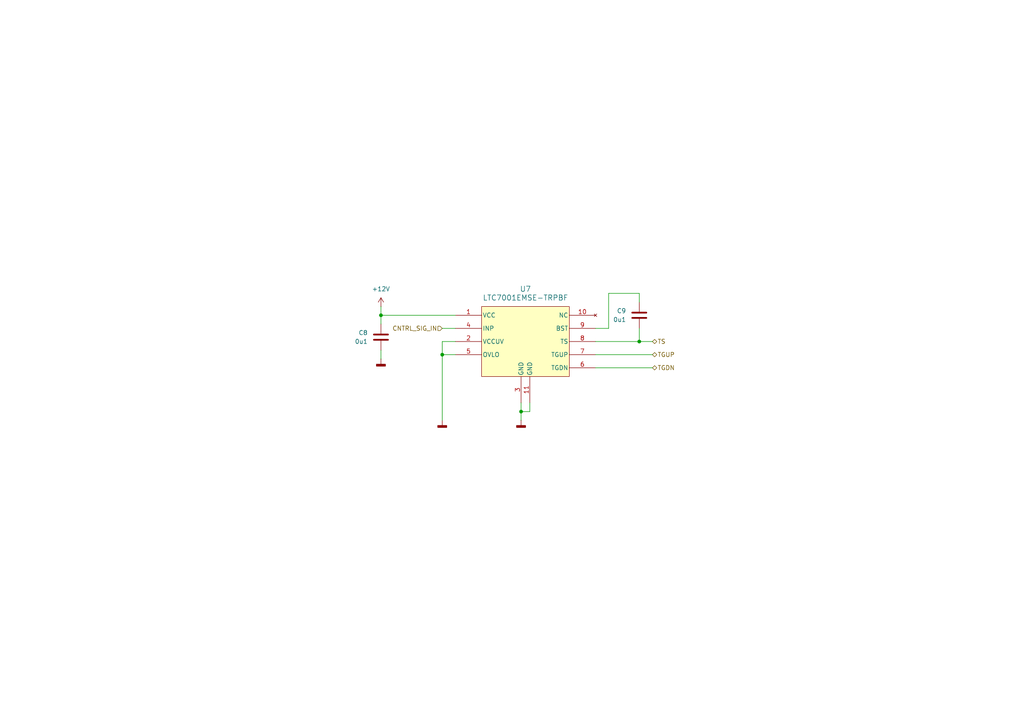
<source format=kicad_sch>
(kicad_sch
	(version 20231120)
	(generator "eeschema")
	(generator_version "8.0")
	(uuid "6753b26a-09e4-4c64-b8e9-b5fb0787582c")
	(paper "A4")
	(lib_symbols
		(symbol "Device:C"
			(pin_numbers hide)
			(pin_names
				(offset 0.254)
			)
			(exclude_from_sim no)
			(in_bom yes)
			(on_board yes)
			(property "Reference" "C"
				(at 0.635 2.54 0)
				(effects
					(font
						(size 1.27 1.27)
					)
					(justify left)
				)
			)
			(property "Value" "C"
				(at 0.635 -2.54 0)
				(effects
					(font
						(size 1.27 1.27)
					)
					(justify left)
				)
			)
			(property "Footprint" ""
				(at 0.9652 -3.81 0)
				(effects
					(font
						(size 1.27 1.27)
					)
					(hide yes)
				)
			)
			(property "Datasheet" "~"
				(at 0 0 0)
				(effects
					(font
						(size 1.27 1.27)
					)
					(hide yes)
				)
			)
			(property "Description" "Unpolarized capacitor"
				(at 0 0 0)
				(effects
					(font
						(size 1.27 1.27)
					)
					(hide yes)
				)
			)
			(property "ki_keywords" "cap capacitor"
				(at 0 0 0)
				(effects
					(font
						(size 1.27 1.27)
					)
					(hide yes)
				)
			)
			(property "ki_fp_filters" "C_*"
				(at 0 0 0)
				(effects
					(font
						(size 1.27 1.27)
					)
					(hide yes)
				)
			)
			(symbol "C_0_1"
				(polyline
					(pts
						(xy -2.032 -0.762) (xy 2.032 -0.762)
					)
					(stroke
						(width 0.508)
						(type default)
					)
					(fill
						(type none)
					)
				)
				(polyline
					(pts
						(xy -2.032 0.762) (xy 2.032 0.762)
					)
					(stroke
						(width 0.508)
						(type default)
					)
					(fill
						(type none)
					)
				)
			)
			(symbol "C_1_1"
				(pin passive line
					(at 0 3.81 270)
					(length 2.794)
					(name "~"
						(effects
							(font
								(size 1.27 1.27)
							)
						)
					)
					(number "1"
						(effects
							(font
								(size 1.27 1.27)
							)
						)
					)
				)
				(pin passive line
					(at 0 -3.81 90)
					(length 2.794)
					(name "~"
						(effects
							(font
								(size 1.27 1.27)
							)
						)
					)
					(number "2"
						(effects
							(font
								(size 1.27 1.27)
							)
						)
					)
				)
			)
		)
		(symbol "ecocad_lib_symbols:LTC7001EMSE-TRPBF"
			(pin_names
				(offset 0.254)
			)
			(exclude_from_sim no)
			(in_bom yes)
			(on_board yes)
			(property "Reference" "U"
				(at 20.32 10.16 0)
				(effects
					(font
						(size 1.524 1.524)
					)
				)
			)
			(property "Value" "LTC7001EMSE-TRPBF"
				(at 20.32 7.62 0)
				(effects
					(font
						(size 1.524 1.524)
					)
				)
			)
			(property "Footprint" "ecocad_lib_footprints:05-08-1664_ADI"
				(at -1.27 14.986 0)
				(effects
					(font
						(size 1.27 1.27)
						(italic yes)
					)
					(hide yes)
				)
			)
			(property "Datasheet" "LTC7001EMSE-TRPBF"
				(at -4.572 14.732 0)
				(effects
					(font
						(size 1.27 1.27)
						(italic yes)
					)
					(hide yes)
				)
			)
			(property "Description" ""
				(at 0 0 0)
				(effects
					(font
						(size 1.27 1.27)
					)
					(hide yes)
				)
			)
			(property "ki_keywords" "LTC7001EMSE#TRPBF"
				(at 0 0 0)
				(effects
					(font
						(size 1.27 1.27)
					)
					(hide yes)
				)
			)
			(property "ki_fp_filters" "05-08-1664_ADI 05-08-1664_ADI-M 05-08-1664_ADI-L"
				(at 0 0 0)
				(effects
					(font
						(size 1.27 1.27)
					)
					(hide yes)
				)
			)
			(symbol "LTC7001EMSE-TRPBF_0_1"
				(pin power_in line
					(at 0 1.27 0)
					(length 7.62)
					(name "VCC"
						(effects
							(font
								(size 1.27 1.27)
							)
						)
					)
					(number "1"
						(effects
							(font
								(size 1.27 1.27)
							)
						)
					)
				)
				(pin no_connect line
					(at 40.64 1.27 180)
					(length 7.62)
					(name "NC"
						(effects
							(font
								(size 1.27 1.27)
							)
						)
					)
					(number "10"
						(effects
							(font
								(size 1.27 1.27)
							)
						)
					)
				)
				(pin power_out line
					(at 21.59 -24.13 90)
					(length 7.62)
					(name "GND"
						(effects
							(font
								(size 1.27 1.27)
							)
						)
					)
					(number "11"
						(effects
							(font
								(size 1.27 1.27)
							)
						)
					)
				)
				(pin power_in line
					(at 0 -6.35 0)
					(length 7.62)
					(name "VCCUV"
						(effects
							(font
								(size 1.27 1.27)
							)
						)
					)
					(number "2"
						(effects
							(font
								(size 1.27 1.27)
							)
						)
					)
				)
				(pin input line
					(at 0 -2.54 0)
					(length 7.62)
					(name "INP"
						(effects
							(font
								(size 1.27 1.27)
							)
						)
					)
					(number "4"
						(effects
							(font
								(size 1.27 1.27)
							)
						)
					)
				)
				(pin input line
					(at 0 -10.16 0)
					(length 7.62)
					(name "OVLO"
						(effects
							(font
								(size 1.27 1.27)
							)
						)
					)
					(number "5"
						(effects
							(font
								(size 1.27 1.27)
							)
						)
					)
				)
				(pin power_in line
					(at 40.64 -13.97 180)
					(length 7.62)
					(name "TGDN"
						(effects
							(font
								(size 1.27 1.27)
							)
						)
					)
					(number "6"
						(effects
							(font
								(size 1.27 1.27)
							)
						)
					)
				)
				(pin power_in line
					(at 40.64 -10.16 180)
					(length 7.62)
					(name "TGUP"
						(effects
							(font
								(size 1.27 1.27)
							)
						)
					)
					(number "7"
						(effects
							(font
								(size 1.27 1.27)
							)
						)
					)
				)
				(pin power_in line
					(at 40.64 -6.35 180)
					(length 7.62)
					(name "TS"
						(effects
							(font
								(size 1.27 1.27)
							)
						)
					)
					(number "8"
						(effects
							(font
								(size 1.27 1.27)
							)
						)
					)
				)
				(pin power_in line
					(at 40.64 -2.54 180)
					(length 7.62)
					(name "BST"
						(effects
							(font
								(size 1.27 1.27)
							)
						)
					)
					(number "9"
						(effects
							(font
								(size 1.27 1.27)
							)
						)
					)
				)
			)
			(symbol "LTC7001EMSE-TRPBF_1_1"
				(rectangle
					(start 7.62 3.81)
					(end 33.02 -16.51)
					(stroke
						(width 0)
						(type default)
					)
					(fill
						(type background)
					)
				)
				(pin power_out line
					(at 19.05 -24.13 90)
					(length 7.62)
					(name "GND"
						(effects
							(font
								(size 1.27 1.27)
							)
						)
					)
					(number "3"
						(effects
							(font
								(size 1.27 1.27)
							)
						)
					)
				)
			)
		)
		(symbol "power:+12V"
			(power)
			(pin_numbers hide)
			(pin_names
				(offset 0) hide)
			(exclude_from_sim no)
			(in_bom yes)
			(on_board yes)
			(property "Reference" "#PWR"
				(at 0 -3.81 0)
				(effects
					(font
						(size 1.27 1.27)
					)
					(hide yes)
				)
			)
			(property "Value" "+12V"
				(at 0 3.556 0)
				(effects
					(font
						(size 1.27 1.27)
					)
				)
			)
			(property "Footprint" ""
				(at 0 0 0)
				(effects
					(font
						(size 1.27 1.27)
					)
					(hide yes)
				)
			)
			(property "Datasheet" ""
				(at 0 0 0)
				(effects
					(font
						(size 1.27 1.27)
					)
					(hide yes)
				)
			)
			(property "Description" "Power symbol creates a global label with name \"+12V\""
				(at 0 0 0)
				(effects
					(font
						(size 1.27 1.27)
					)
					(hide yes)
				)
			)
			(property "ki_keywords" "global power"
				(at 0 0 0)
				(effects
					(font
						(size 1.27 1.27)
					)
					(hide yes)
				)
			)
			(symbol "+12V_0_1"
				(polyline
					(pts
						(xy -0.762 1.27) (xy 0 2.54)
					)
					(stroke
						(width 0)
						(type default)
					)
					(fill
						(type none)
					)
				)
				(polyline
					(pts
						(xy 0 0) (xy 0 2.54)
					)
					(stroke
						(width 0)
						(type default)
					)
					(fill
						(type none)
					)
				)
				(polyline
					(pts
						(xy 0 2.54) (xy 0.762 1.27)
					)
					(stroke
						(width 0)
						(type default)
					)
					(fill
						(type none)
					)
				)
			)
			(symbol "+12V_1_1"
				(pin power_in line
					(at 0 0 90)
					(length 0)
					(name "~"
						(effects
							(font
								(size 1.27 1.27)
							)
						)
					)
					(number "1"
						(effects
							(font
								(size 1.27 1.27)
							)
						)
					)
				)
			)
		)
		(symbol "power:GNDD"
			(power)
			(pin_numbers hide)
			(pin_names
				(offset 0) hide)
			(exclude_from_sim no)
			(in_bom yes)
			(on_board yes)
			(property "Reference" "#PWR"
				(at 0 -6.35 0)
				(effects
					(font
						(size 1.27 1.27)
					)
					(hide yes)
				)
			)
			(property "Value" "GNDD"
				(at 0 -3.175 0)
				(effects
					(font
						(size 1.27 1.27)
					)
				)
			)
			(property "Footprint" ""
				(at 0 0 0)
				(effects
					(font
						(size 1.27 1.27)
					)
					(hide yes)
				)
			)
			(property "Datasheet" ""
				(at 0 0 0)
				(effects
					(font
						(size 1.27 1.27)
					)
					(hide yes)
				)
			)
			(property "Description" "Power symbol creates a global label with name \"GNDD\" , digital ground"
				(at 0 0 0)
				(effects
					(font
						(size 1.27 1.27)
					)
					(hide yes)
				)
			)
			(property "ki_keywords" "global power"
				(at 0 0 0)
				(effects
					(font
						(size 1.27 1.27)
					)
					(hide yes)
				)
			)
			(symbol "GNDD_0_1"
				(rectangle
					(start -1.27 -1.524)
					(end 1.27 -2.032)
					(stroke
						(width 0.254)
						(type default)
					)
					(fill
						(type outline)
					)
				)
				(polyline
					(pts
						(xy 0 0) (xy 0 -1.524)
					)
					(stroke
						(width 0)
						(type default)
					)
					(fill
						(type none)
					)
				)
			)
			(symbol "GNDD_1_1"
				(pin power_in line
					(at 0 0 270)
					(length 0)
					(name "~"
						(effects
							(font
								(size 1.27 1.27)
							)
						)
					)
					(number "1"
						(effects
							(font
								(size 1.27 1.27)
							)
						)
					)
				)
			)
		)
	)
	(junction
		(at 128.27 102.87)
		(diameter 0)
		(color 0 0 0 0)
		(uuid "60adad6b-1ad9-4a96-9dc0-63d03ef92939")
	)
	(junction
		(at 185.42 99.06)
		(diameter 0)
		(color 0 0 0 0)
		(uuid "82200174-7935-4868-924d-8afe64ce2bfb")
	)
	(junction
		(at 110.49 91.44)
		(diameter 0)
		(color 0 0 0 0)
		(uuid "b4fed138-3a34-41a9-a324-8256b4f31284")
	)
	(junction
		(at 151.13 119.38)
		(diameter 0)
		(color 0 0 0 0)
		(uuid "f1a1a22c-5336-433e-9b78-8724d32054bc")
	)
	(wire
		(pts
			(xy 185.42 99.06) (xy 189.23 99.06)
		)
		(stroke
			(width 0)
			(type default)
		)
		(uuid "16e2d2e8-29d2-404e-a454-4377a0851660")
	)
	(wire
		(pts
			(xy 153.67 119.38) (xy 151.13 119.38)
		)
		(stroke
			(width 0)
			(type default)
		)
		(uuid "21afe112-401f-4356-a63c-3cf11591c8ce")
	)
	(wire
		(pts
			(xy 153.67 116.84) (xy 153.67 119.38)
		)
		(stroke
			(width 0)
			(type default)
		)
		(uuid "4a463f7b-8b33-43b7-b131-b9d04ae531f6")
	)
	(wire
		(pts
			(xy 128.27 95.25) (xy 132.08 95.25)
		)
		(stroke
			(width 0)
			(type default)
		)
		(uuid "51ec05fd-ccb8-49b8-a02d-050f2c1b19f1")
	)
	(wire
		(pts
			(xy 185.42 85.09) (xy 185.42 87.63)
		)
		(stroke
			(width 0)
			(type default)
		)
		(uuid "57d7c026-4d1f-49b3-8d8e-d015d145603b")
	)
	(wire
		(pts
			(xy 128.27 102.87) (xy 128.27 121.92)
		)
		(stroke
			(width 0)
			(type default)
		)
		(uuid "782f62fe-9f86-4bbf-9102-35fa433fd847")
	)
	(wire
		(pts
			(xy 176.53 95.25) (xy 176.53 85.09)
		)
		(stroke
			(width 0)
			(type default)
		)
		(uuid "78b31887-fc68-45ab-80ad-bb9c0c7272a9")
	)
	(wire
		(pts
			(xy 128.27 102.87) (xy 132.08 102.87)
		)
		(stroke
			(width 0)
			(type default)
		)
		(uuid "7c243596-45d4-45fe-b56e-a76cd7d635bf")
	)
	(wire
		(pts
			(xy 185.42 95.25) (xy 185.42 99.06)
		)
		(stroke
			(width 0)
			(type default)
		)
		(uuid "80b93bbb-2b74-420d-bbe6-350c239c669e")
	)
	(wire
		(pts
			(xy 110.49 91.44) (xy 110.49 93.98)
		)
		(stroke
			(width 0)
			(type default)
		)
		(uuid "82aef367-cb6f-430b-b58e-8efc3e7b2e9a")
	)
	(wire
		(pts
			(xy 110.49 91.44) (xy 132.08 91.44)
		)
		(stroke
			(width 0)
			(type default)
		)
		(uuid "8bccfbe2-969e-4395-9613-6be0e6de9d9d")
	)
	(wire
		(pts
			(xy 151.13 116.84) (xy 151.13 119.38)
		)
		(stroke
			(width 0)
			(type default)
		)
		(uuid "99affc0f-99c7-4fe7-9785-1817840541c6")
	)
	(wire
		(pts
			(xy 110.49 101.6) (xy 110.49 104.14)
		)
		(stroke
			(width 0)
			(type default)
		)
		(uuid "a663317c-4727-48e9-874f-5131bd1c9b5a")
	)
	(wire
		(pts
			(xy 128.27 99.06) (xy 128.27 102.87)
		)
		(stroke
			(width 0)
			(type default)
		)
		(uuid "ca875a33-ce41-4350-ac65-0948113720d3")
	)
	(wire
		(pts
			(xy 172.72 106.68) (xy 189.23 106.68)
		)
		(stroke
			(width 0)
			(type default)
		)
		(uuid "cbd0d9c4-bfae-419b-9b92-28ef729d8931")
	)
	(wire
		(pts
			(xy 110.49 88.9) (xy 110.49 91.44)
		)
		(stroke
			(width 0)
			(type default)
		)
		(uuid "d9a044f9-c011-4ffd-82a3-263238b7cb80")
	)
	(wire
		(pts
			(xy 132.08 99.06) (xy 128.27 99.06)
		)
		(stroke
			(width 0)
			(type default)
		)
		(uuid "eaac0939-e1f3-4130-9386-a0baec5d9bcc")
	)
	(wire
		(pts
			(xy 176.53 85.09) (xy 185.42 85.09)
		)
		(stroke
			(width 0)
			(type default)
		)
		(uuid "ee6f8304-d52a-4f48-b078-111f6b41cf84")
	)
	(wire
		(pts
			(xy 185.42 99.06) (xy 172.72 99.06)
		)
		(stroke
			(width 0)
			(type default)
		)
		(uuid "f01ebe88-4d73-4340-bdf7-e931dc1820e9")
	)
	(wire
		(pts
			(xy 172.72 95.25) (xy 176.53 95.25)
		)
		(stroke
			(width 0)
			(type default)
		)
		(uuid "f0be7568-7d2f-41db-bb6a-6cacd69fba7a")
	)
	(wire
		(pts
			(xy 172.72 102.87) (xy 189.23 102.87)
		)
		(stroke
			(width 0)
			(type default)
		)
		(uuid "f3784ed7-a6a3-47e9-93ee-c266bcc6189f")
	)
	(wire
		(pts
			(xy 151.13 119.38) (xy 151.13 121.92)
		)
		(stroke
			(width 0)
			(type default)
		)
		(uuid "f976375f-eb1b-48cb-9893-57e27221106d")
	)
	(hierarchical_label "TS"
		(shape bidirectional)
		(at 189.23 99.06 0)
		(fields_autoplaced yes)
		(effects
			(font
				(size 1.27 1.27)
			)
			(justify left)
		)
		(uuid "35d77305-b75c-4169-a46e-fa7bf12ddd1a")
	)
	(hierarchical_label "CNTRL_SIG_IN"
		(shape input)
		(at 128.27 95.25 180)
		(fields_autoplaced yes)
		(effects
			(font
				(size 1.27 1.27)
			)
			(justify right)
		)
		(uuid "566661c6-8c1d-4fd2-84f6-e7577343fd25")
	)
	(hierarchical_label "TGDN"
		(shape bidirectional)
		(at 189.23 106.68 0)
		(fields_autoplaced yes)
		(effects
			(font
				(size 1.27 1.27)
			)
			(justify left)
		)
		(uuid "8b3cf9b0-125b-427f-9c64-a9a29b9b7ed1")
	)
	(hierarchical_label "TGUP"
		(shape bidirectional)
		(at 189.23 102.87 0)
		(fields_autoplaced yes)
		(effects
			(font
				(size 1.27 1.27)
			)
			(justify left)
		)
		(uuid "f15a5364-43ab-4f65-ad47-5a437633dfa0")
	)
	(symbol
		(lib_id "power:+12V")
		(at 110.49 88.9 0)
		(unit 1)
		(exclude_from_sim no)
		(in_bom yes)
		(on_board yes)
		(dnp no)
		(fields_autoplaced yes)
		(uuid "0e8ab932-067b-41a9-a796-f53595c13053")
		(property "Reference" "#PWR023"
			(at 110.49 92.71 0)
			(effects
				(font
					(size 1.27 1.27)
				)
				(hide yes)
			)
		)
		(property "Value" "+12V"
			(at 110.49 83.82 0)
			(effects
				(font
					(size 1.27 1.27)
				)
			)
		)
		(property "Footprint" ""
			(at 110.49 88.9 0)
			(effects
				(font
					(size 1.27 1.27)
				)
				(hide yes)
			)
		)
		(property "Datasheet" ""
			(at 110.49 88.9 0)
			(effects
				(font
					(size 1.27 1.27)
				)
				(hide yes)
			)
		)
		(property "Description" "Power symbol creates a global label with name \"+12V\""
			(at 110.49 88.9 0)
			(effects
				(font
					(size 1.27 1.27)
				)
				(hide yes)
			)
		)
		(pin "1"
			(uuid "21b00436-d65b-4bb7-b549-f9d5bd8dc915")
		)
		(instances
			(project ""
				(path "/49eeaae5-d819-4258-b051-773c4f6ae51f/24f9d253-4b9f-418b-b468-45d5562a11d1/74edaff7-7954-48fa-8ccc-cd9b5dd4e765/0befd58d-93f9-4b2f-845a-0ac4f2a48f02"
					(reference "#PWR023")
					(unit 1)
				)
				(path "/49eeaae5-d819-4258-b051-773c4f6ae51f/24f9d253-4b9f-418b-b468-45d5562a11d1/74edaff7-7954-48fa-8ccc-cd9b5dd4e765/8b9297d1-d268-4919-8d6a-4f113f5635ae"
					(reference "#PWR015")
					(unit 1)
				)
				(path "/49eeaae5-d819-4258-b051-773c4f6ae51f/24f9d253-4b9f-418b-b468-45d5562a11d1/74edaff7-7954-48fa-8ccc-cd9b5dd4e765/e4a271b6-f775-429f-8ae6-8d723cff6645"
					(reference "#PWR019")
					(unit 1)
				)
			)
		)
	)
	(symbol
		(lib_id "Device:C")
		(at 110.49 97.79 0)
		(unit 1)
		(exclude_from_sim no)
		(in_bom yes)
		(on_board yes)
		(dnp no)
		(uuid "34a5c362-bf46-42d1-94af-baa7135c1896")
		(property "Reference" "C8"
			(at 106.68 96.5199 0)
			(effects
				(font
					(size 1.27 1.27)
				)
				(justify right)
			)
		)
		(property "Value" "0u1"
			(at 106.68 99.0599 0)
			(effects
				(font
					(size 1.27 1.27)
				)
				(justify right)
			)
		)
		(property "Footprint" ""
			(at 111.4552 101.6 0)
			(effects
				(font
					(size 1.27 1.27)
				)
				(hide yes)
			)
		)
		(property "Datasheet" "~"
			(at 110.49 97.79 0)
			(effects
				(font
					(size 1.27 1.27)
				)
				(hide yes)
			)
		)
		(property "Description" "Unpolarized capacitor"
			(at 110.49 97.79 0)
			(effects
				(font
					(size 1.27 1.27)
				)
				(hide yes)
			)
		)
		(pin "1"
			(uuid "99a83ea8-09f1-42ff-b1b8-769829d7cb58")
		)
		(pin "2"
			(uuid "fd69a1e2-383a-464e-9dfb-3a64adc08311")
		)
		(instances
			(project "FET-Board-V1"
				(path "/49eeaae5-d819-4258-b051-773c4f6ae51f/24f9d253-4b9f-418b-b468-45d5562a11d1/74edaff7-7954-48fa-8ccc-cd9b5dd4e765/0befd58d-93f9-4b2f-845a-0ac4f2a48f02"
					(reference "C8")
					(unit 1)
				)
				(path "/49eeaae5-d819-4258-b051-773c4f6ae51f/24f9d253-4b9f-418b-b468-45d5562a11d1/74edaff7-7954-48fa-8ccc-cd9b5dd4e765/8b9297d1-d268-4919-8d6a-4f113f5635ae"
					(reference "C4")
					(unit 1)
				)
				(path "/49eeaae5-d819-4258-b051-773c4f6ae51f/24f9d253-4b9f-418b-b468-45d5562a11d1/74edaff7-7954-48fa-8ccc-cd9b5dd4e765/e4a271b6-f775-429f-8ae6-8d723cff6645"
					(reference "C6")
					(unit 1)
				)
			)
		)
	)
	(symbol
		(lib_id "power:GNDD")
		(at 151.13 121.92 0)
		(unit 1)
		(exclude_from_sim no)
		(in_bom yes)
		(on_board yes)
		(dnp no)
		(fields_autoplaced yes)
		(uuid "448f667f-fc60-4725-b392-ba2080d2af1f")
		(property "Reference" "#PWR026"
			(at 151.13 128.27 0)
			(effects
				(font
					(size 1.27 1.27)
				)
				(hide yes)
			)
		)
		(property "Value" "GNDD"
			(at 151.13 125.73 0)
			(effects
				(font
					(size 1.27 1.27)
				)
				(hide yes)
			)
		)
		(property "Footprint" ""
			(at 151.13 121.92 0)
			(effects
				(font
					(size 1.27 1.27)
				)
				(hide yes)
			)
		)
		(property "Datasheet" ""
			(at 151.13 121.92 0)
			(effects
				(font
					(size 1.27 1.27)
				)
				(hide yes)
			)
		)
		(property "Description" "Power symbol creates a global label with name \"GNDD\" , digital ground"
			(at 151.13 121.92 0)
			(effects
				(font
					(size 1.27 1.27)
				)
				(hide yes)
			)
		)
		(pin "1"
			(uuid "f8a9d230-3942-4c6d-a05d-4b0d81ab7102")
		)
		(instances
			(project "FET-Board-V1"
				(path "/49eeaae5-d819-4258-b051-773c4f6ae51f/24f9d253-4b9f-418b-b468-45d5562a11d1/74edaff7-7954-48fa-8ccc-cd9b5dd4e765/0befd58d-93f9-4b2f-845a-0ac4f2a48f02"
					(reference "#PWR026")
					(unit 1)
				)
				(path "/49eeaae5-d819-4258-b051-773c4f6ae51f/24f9d253-4b9f-418b-b468-45d5562a11d1/74edaff7-7954-48fa-8ccc-cd9b5dd4e765/8b9297d1-d268-4919-8d6a-4f113f5635ae"
					(reference "#PWR018")
					(unit 1)
				)
				(path "/49eeaae5-d819-4258-b051-773c4f6ae51f/24f9d253-4b9f-418b-b468-45d5562a11d1/74edaff7-7954-48fa-8ccc-cd9b5dd4e765/e4a271b6-f775-429f-8ae6-8d723cff6645"
					(reference "#PWR022")
					(unit 1)
				)
			)
		)
	)
	(symbol
		(lib_id "power:GNDD")
		(at 128.27 121.92 0)
		(unit 1)
		(exclude_from_sim no)
		(in_bom yes)
		(on_board yes)
		(dnp no)
		(fields_autoplaced yes)
		(uuid "54bf529c-f868-4893-a582-92f0c8bde64f")
		(property "Reference" "#PWR025"
			(at 128.27 128.27 0)
			(effects
				(font
					(size 1.27 1.27)
				)
				(hide yes)
			)
		)
		(property "Value" "GNDD"
			(at 128.27 125.73 0)
			(effects
				(font
					(size 1.27 1.27)
				)
				(hide yes)
			)
		)
		(property "Footprint" ""
			(at 128.27 121.92 0)
			(effects
				(font
					(size 1.27 1.27)
				)
				(hide yes)
			)
		)
		(property "Datasheet" ""
			(at 128.27 121.92 0)
			(effects
				(font
					(size 1.27 1.27)
				)
				(hide yes)
			)
		)
		(property "Description" "Power symbol creates a global label with name \"GNDD\" , digital ground"
			(at 128.27 121.92 0)
			(effects
				(font
					(size 1.27 1.27)
				)
				(hide yes)
			)
		)
		(pin "1"
			(uuid "6c5745b3-374f-435b-bad4-f356586aafba")
		)
		(instances
			(project "FET-Board-V1"
				(path "/49eeaae5-d819-4258-b051-773c4f6ae51f/24f9d253-4b9f-418b-b468-45d5562a11d1/74edaff7-7954-48fa-8ccc-cd9b5dd4e765/0befd58d-93f9-4b2f-845a-0ac4f2a48f02"
					(reference "#PWR025")
					(unit 1)
				)
				(path "/49eeaae5-d819-4258-b051-773c4f6ae51f/24f9d253-4b9f-418b-b468-45d5562a11d1/74edaff7-7954-48fa-8ccc-cd9b5dd4e765/8b9297d1-d268-4919-8d6a-4f113f5635ae"
					(reference "#PWR017")
					(unit 1)
				)
				(path "/49eeaae5-d819-4258-b051-773c4f6ae51f/24f9d253-4b9f-418b-b468-45d5562a11d1/74edaff7-7954-48fa-8ccc-cd9b5dd4e765/e4a271b6-f775-429f-8ae6-8d723cff6645"
					(reference "#PWR021")
					(unit 1)
				)
			)
		)
	)
	(symbol
		(lib_id "power:GNDD")
		(at 110.49 104.14 0)
		(unit 1)
		(exclude_from_sim no)
		(in_bom yes)
		(on_board yes)
		(dnp no)
		(fields_autoplaced yes)
		(uuid "6d77adb4-e90d-47f0-82a2-f8e524bd9480")
		(property "Reference" "#PWR024"
			(at 110.49 110.49 0)
			(effects
				(font
					(size 1.27 1.27)
				)
				(hide yes)
			)
		)
		(property "Value" "GNDD"
			(at 110.49 107.95 0)
			(effects
				(font
					(size 1.27 1.27)
				)
				(hide yes)
			)
		)
		(property "Footprint" ""
			(at 110.49 104.14 0)
			(effects
				(font
					(size 1.27 1.27)
				)
				(hide yes)
			)
		)
		(property "Datasheet" ""
			(at 110.49 104.14 0)
			(effects
				(font
					(size 1.27 1.27)
				)
				(hide yes)
			)
		)
		(property "Description" "Power symbol creates a global label with name \"GNDD\" , digital ground"
			(at 110.49 104.14 0)
			(effects
				(font
					(size 1.27 1.27)
				)
				(hide yes)
			)
		)
		(pin "1"
			(uuid "9d221f70-b607-41d4-b8aa-d28b2d60d264")
		)
		(instances
			(project "FET-Board-V1"
				(path "/49eeaae5-d819-4258-b051-773c4f6ae51f/24f9d253-4b9f-418b-b468-45d5562a11d1/74edaff7-7954-48fa-8ccc-cd9b5dd4e765/0befd58d-93f9-4b2f-845a-0ac4f2a48f02"
					(reference "#PWR024")
					(unit 1)
				)
				(path "/49eeaae5-d819-4258-b051-773c4f6ae51f/24f9d253-4b9f-418b-b468-45d5562a11d1/74edaff7-7954-48fa-8ccc-cd9b5dd4e765/8b9297d1-d268-4919-8d6a-4f113f5635ae"
					(reference "#PWR016")
					(unit 1)
				)
				(path "/49eeaae5-d819-4258-b051-773c4f6ae51f/24f9d253-4b9f-418b-b468-45d5562a11d1/74edaff7-7954-48fa-8ccc-cd9b5dd4e765/e4a271b6-f775-429f-8ae6-8d723cff6645"
					(reference "#PWR020")
					(unit 1)
				)
			)
		)
	)
	(symbol
		(lib_id "Device:C")
		(at 185.42 91.44 0)
		(unit 1)
		(exclude_from_sim no)
		(in_bom yes)
		(on_board yes)
		(dnp no)
		(uuid "7d29bc33-52eb-400a-9521-3d543917ceaa")
		(property "Reference" "C9"
			(at 181.61 90.1699 0)
			(effects
				(font
					(size 1.27 1.27)
				)
				(justify right)
			)
		)
		(property "Value" "0u1"
			(at 181.61 92.7099 0)
			(effects
				(font
					(size 1.27 1.27)
				)
				(justify right)
			)
		)
		(property "Footprint" ""
			(at 186.3852 95.25 0)
			(effects
				(font
					(size 1.27 1.27)
				)
				(hide yes)
			)
		)
		(property "Datasheet" "~"
			(at 185.42 91.44 0)
			(effects
				(font
					(size 1.27 1.27)
				)
				(hide yes)
			)
		)
		(property "Description" "Unpolarized capacitor"
			(at 185.42 91.44 0)
			(effects
				(font
					(size 1.27 1.27)
				)
				(hide yes)
			)
		)
		(pin "1"
			(uuid "cb8f292f-2a4b-45e0-bc5d-b24ab0073fad")
		)
		(pin "2"
			(uuid "16328eed-1528-49e6-b81d-14163fe8a3b9")
		)
		(instances
			(project "FET-Board-V1"
				(path "/49eeaae5-d819-4258-b051-773c4f6ae51f/24f9d253-4b9f-418b-b468-45d5562a11d1/74edaff7-7954-48fa-8ccc-cd9b5dd4e765/0befd58d-93f9-4b2f-845a-0ac4f2a48f02"
					(reference "C9")
					(unit 1)
				)
				(path "/49eeaae5-d819-4258-b051-773c4f6ae51f/24f9d253-4b9f-418b-b468-45d5562a11d1/74edaff7-7954-48fa-8ccc-cd9b5dd4e765/8b9297d1-d268-4919-8d6a-4f113f5635ae"
					(reference "C5")
					(unit 1)
				)
				(path "/49eeaae5-d819-4258-b051-773c4f6ae51f/24f9d253-4b9f-418b-b468-45d5562a11d1/74edaff7-7954-48fa-8ccc-cd9b5dd4e765/e4a271b6-f775-429f-8ae6-8d723cff6645"
					(reference "C7")
					(unit 1)
				)
			)
		)
	)
	(symbol
		(lib_id "ecocad_lib_symbols:LTC7001EMSE-TRPBF")
		(at 132.08 92.71 0)
		(unit 1)
		(exclude_from_sim no)
		(in_bom yes)
		(on_board yes)
		(dnp no)
		(fields_autoplaced yes)
		(uuid "aef24246-c6bf-4a6b-b6fb-3be6e2ef8c14")
		(property "Reference" "U7"
			(at 152.4 83.82 0)
			(effects
				(font
					(size 1.524 1.524)
				)
			)
		)
		(property "Value" "LTC7001EMSE-TRPBF"
			(at 152.4 86.36 0)
			(effects
				(font
					(size 1.524 1.524)
				)
			)
		)
		(property "Footprint" "ecocad_lib_footprints:05-08-1664_ADI"
			(at 130.81 77.724 0)
			(effects
				(font
					(size 1.27 1.27)
					(italic yes)
				)
				(hide yes)
			)
		)
		(property "Datasheet" "LTC7001EMSE-TRPBF"
			(at 127.508 77.978 0)
			(effects
				(font
					(size 1.27 1.27)
					(italic yes)
				)
				(hide yes)
			)
		)
		(property "Description" ""
			(at 132.08 92.71 0)
			(effects
				(font
					(size 1.27 1.27)
				)
				(hide yes)
			)
		)
		(pin "4"
			(uuid "ce50b73c-91f9-472b-af5e-0cab6c78dac0")
		)
		(pin "1"
			(uuid "513c57c7-02f3-43b0-a732-d96134a46f79")
		)
		(pin "3"
			(uuid "fc076fe9-aff1-4e4e-9084-12c8af3ca432")
		)
		(pin "8"
			(uuid "b65d7f87-2a7e-4624-b9a1-6d245062210d")
		)
		(pin "2"
			(uuid "62e99c1e-c5a9-4036-9bc6-60a9db034c10")
		)
		(pin "10"
			(uuid "e7f71088-d6a6-4041-b84e-0f571beb5602")
		)
		(pin "5"
			(uuid "7e06af7f-5688-47ef-abe7-a5768de6d56b")
		)
		(pin "7"
			(uuid "760e9d36-ebcd-4326-9212-2a254af2bf8d")
		)
		(pin "6"
			(uuid "2a3cfbbc-e1f8-4ae8-8f20-5a01180f72ce")
		)
		(pin "11"
			(uuid "b9f1bb4f-b03c-4728-a8fb-265ba03071ca")
		)
		(pin "9"
			(uuid "c620293c-6590-4aa4-950b-33d1c7a47ee0")
		)
		(instances
			(project "FET-Board-V1"
				(path "/49eeaae5-d819-4258-b051-773c4f6ae51f/24f9d253-4b9f-418b-b468-45d5562a11d1/74edaff7-7954-48fa-8ccc-cd9b5dd4e765/0befd58d-93f9-4b2f-845a-0ac4f2a48f02"
					(reference "U7")
					(unit 1)
				)
				(path "/49eeaae5-d819-4258-b051-773c4f6ae51f/24f9d253-4b9f-418b-b468-45d5562a11d1/74edaff7-7954-48fa-8ccc-cd9b5dd4e765/8b9297d1-d268-4919-8d6a-4f113f5635ae"
					(reference "U5")
					(unit 1)
				)
				(path "/49eeaae5-d819-4258-b051-773c4f6ae51f/24f9d253-4b9f-418b-b468-45d5562a11d1/74edaff7-7954-48fa-8ccc-cd9b5dd4e765/e4a271b6-f775-429f-8ae6-8d723cff6645"
					(reference "U6")
					(unit 1)
				)
			)
		)
	)
)

</source>
